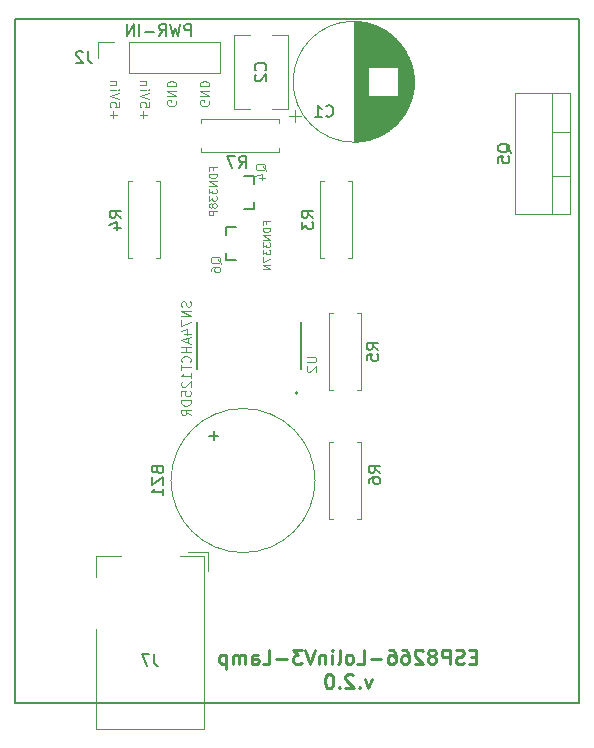
<source format=gbr>
%TF.GenerationSoftware,KiCad,Pcbnew,5.0.2-bee76a0~70~ubuntu18.04.1*%
%TF.CreationDate,2019-12-13T20:17:08+01:00*%
%TF.ProjectId,ESP8266-LolinV3-Lamp,45535038-3236-4362-9d4c-6f6c696e5633,2.0*%
%TF.SameCoordinates,Original*%
%TF.FileFunction,Legend,Bot*%
%TF.FilePolarity,Positive*%
%FSLAX46Y46*%
G04 Gerber Fmt 4.6, Leading zero omitted, Abs format (unit mm)*
G04 Created by KiCad (PCBNEW 5.0.2-bee76a0~70~ubuntu18.04.1) date ven 13 dic 2019 20:17:08 CET*
%MOMM*%
%LPD*%
G01*
G04 APERTURE LIST*
%ADD10C,0.150000*%
%ADD11C,0.120000*%
%ADD12C,0.250000*%
%ADD13C,0.200000*%
%ADD14C,0.127000*%
%ADD15C,0.203200*%
%ADD16C,0.050000*%
G04 APERTURE END LIST*
D10*
X187198000Y-48768000D02*
X187198000Y-106680000D01*
X154352285Y-50236380D02*
X154352285Y-49236380D01*
X153971333Y-49236380D01*
X153876095Y-49284000D01*
X153828476Y-49331619D01*
X153780857Y-49426857D01*
X153780857Y-49569714D01*
X153828476Y-49664952D01*
X153876095Y-49712571D01*
X153971333Y-49760190D01*
X154352285Y-49760190D01*
X153447523Y-49236380D02*
X153209428Y-50236380D01*
X153018952Y-49522095D01*
X152828476Y-50236380D01*
X152590380Y-49236380D01*
X151638000Y-50236380D02*
X151971333Y-49760190D01*
X152209428Y-50236380D02*
X152209428Y-49236380D01*
X151828476Y-49236380D01*
X151733238Y-49284000D01*
X151685619Y-49331619D01*
X151638000Y-49426857D01*
X151638000Y-49569714D01*
X151685619Y-49664952D01*
X151733238Y-49712571D01*
X151828476Y-49760190D01*
X152209428Y-49760190D01*
X151209428Y-49855428D02*
X150447523Y-49855428D01*
X149971333Y-50236380D02*
X149971333Y-49236380D01*
X149495142Y-50236380D02*
X149495142Y-49236380D01*
X148923714Y-50236380D01*
X148923714Y-49236380D01*
D11*
X147770857Y-57206952D02*
X147770857Y-56597428D01*
X147466095Y-56902190D02*
X148075619Y-56902190D01*
X148266095Y-55835523D02*
X148266095Y-56216476D01*
X147885142Y-56254571D01*
X147923238Y-56216476D01*
X147961333Y-56140285D01*
X147961333Y-55949809D01*
X147923238Y-55873619D01*
X147885142Y-55835523D01*
X147808952Y-55797428D01*
X147618476Y-55797428D01*
X147542285Y-55835523D01*
X147504190Y-55873619D01*
X147466095Y-55949809D01*
X147466095Y-56140285D01*
X147504190Y-56216476D01*
X147542285Y-56254571D01*
X148266095Y-55568857D02*
X147466095Y-55302190D01*
X148266095Y-55035523D01*
X147466095Y-54768857D02*
X147999428Y-54768857D01*
X148266095Y-54768857D02*
X148228000Y-54806952D01*
X148189904Y-54768857D01*
X148228000Y-54730761D01*
X148266095Y-54768857D01*
X148189904Y-54768857D01*
X147999428Y-54387904D02*
X147466095Y-54387904D01*
X147923238Y-54387904D02*
X147961333Y-54349809D01*
X147999428Y-54273619D01*
X147999428Y-54159333D01*
X147961333Y-54083142D01*
X147885142Y-54045047D01*
X147466095Y-54045047D01*
X150310857Y-57206952D02*
X150310857Y-56597428D01*
X150006095Y-56902190D02*
X150615619Y-56902190D01*
X150806095Y-55835523D02*
X150806095Y-56216476D01*
X150425142Y-56254571D01*
X150463238Y-56216476D01*
X150501333Y-56140285D01*
X150501333Y-55949809D01*
X150463238Y-55873619D01*
X150425142Y-55835523D01*
X150348952Y-55797428D01*
X150158476Y-55797428D01*
X150082285Y-55835523D01*
X150044190Y-55873619D01*
X150006095Y-55949809D01*
X150006095Y-56140285D01*
X150044190Y-56216476D01*
X150082285Y-56254571D01*
X150806095Y-55568857D02*
X150006095Y-55302190D01*
X150806095Y-55035523D01*
X150006095Y-54768857D02*
X150539428Y-54768857D01*
X150806095Y-54768857D02*
X150768000Y-54806952D01*
X150729904Y-54768857D01*
X150768000Y-54730761D01*
X150806095Y-54768857D01*
X150729904Y-54768857D01*
X150539428Y-54387904D02*
X150006095Y-54387904D01*
X150463238Y-54387904D02*
X150501333Y-54349809D01*
X150539428Y-54273619D01*
X150539428Y-54159333D01*
X150501333Y-54083142D01*
X150425142Y-54045047D01*
X150006095Y-54045047D01*
X155848000Y-55727523D02*
X155886095Y-55803714D01*
X155886095Y-55918000D01*
X155848000Y-56032285D01*
X155771809Y-56108476D01*
X155695619Y-56146571D01*
X155543238Y-56184666D01*
X155428952Y-56184666D01*
X155276571Y-56146571D01*
X155200380Y-56108476D01*
X155124190Y-56032285D01*
X155086095Y-55918000D01*
X155086095Y-55841809D01*
X155124190Y-55727523D01*
X155162285Y-55689428D01*
X155428952Y-55689428D01*
X155428952Y-55841809D01*
X155086095Y-55346571D02*
X155886095Y-55346571D01*
X155086095Y-54889428D01*
X155886095Y-54889428D01*
X155086095Y-54508476D02*
X155886095Y-54508476D01*
X155886095Y-54318000D01*
X155848000Y-54203714D01*
X155771809Y-54127523D01*
X155695619Y-54089428D01*
X155543238Y-54051333D01*
X155428952Y-54051333D01*
X155276571Y-54089428D01*
X155200380Y-54127523D01*
X155124190Y-54203714D01*
X155086095Y-54318000D01*
X155086095Y-54508476D01*
X153054000Y-55727523D02*
X153092095Y-55803714D01*
X153092095Y-55918000D01*
X153054000Y-56032285D01*
X152977809Y-56108476D01*
X152901619Y-56146571D01*
X152749238Y-56184666D01*
X152634952Y-56184666D01*
X152482571Y-56146571D01*
X152406380Y-56108476D01*
X152330190Y-56032285D01*
X152292095Y-55918000D01*
X152292095Y-55841809D01*
X152330190Y-55727523D01*
X152368285Y-55689428D01*
X152634952Y-55689428D01*
X152634952Y-55841809D01*
X152292095Y-55346571D02*
X153092095Y-55346571D01*
X152292095Y-54889428D01*
X153092095Y-54889428D01*
X152292095Y-54508476D02*
X153092095Y-54508476D01*
X153092095Y-54318000D01*
X153054000Y-54203714D01*
X152977809Y-54127523D01*
X152901619Y-54089428D01*
X152749238Y-54051333D01*
X152634952Y-54051333D01*
X152482571Y-54089428D01*
X152406380Y-54127523D01*
X152330190Y-54203714D01*
X152292095Y-54318000D01*
X152292095Y-54508476D01*
D12*
X178468571Y-102775285D02*
X178068571Y-102775285D01*
X177897142Y-103403857D02*
X178468571Y-103403857D01*
X178468571Y-102203857D01*
X177897142Y-102203857D01*
X177440000Y-103346714D02*
X177268571Y-103403857D01*
X176982857Y-103403857D01*
X176868571Y-103346714D01*
X176811428Y-103289571D01*
X176754285Y-103175285D01*
X176754285Y-103061000D01*
X176811428Y-102946714D01*
X176868571Y-102889571D01*
X176982857Y-102832428D01*
X177211428Y-102775285D01*
X177325714Y-102718142D01*
X177382857Y-102661000D01*
X177440000Y-102546714D01*
X177440000Y-102432428D01*
X177382857Y-102318142D01*
X177325714Y-102261000D01*
X177211428Y-102203857D01*
X176925714Y-102203857D01*
X176754285Y-102261000D01*
X176240000Y-103403857D02*
X176240000Y-102203857D01*
X175782857Y-102203857D01*
X175668571Y-102261000D01*
X175611428Y-102318142D01*
X175554285Y-102432428D01*
X175554285Y-102603857D01*
X175611428Y-102718142D01*
X175668571Y-102775285D01*
X175782857Y-102832428D01*
X176240000Y-102832428D01*
X174868571Y-102718142D02*
X174982857Y-102661000D01*
X175040000Y-102603857D01*
X175097142Y-102489571D01*
X175097142Y-102432428D01*
X175040000Y-102318142D01*
X174982857Y-102261000D01*
X174868571Y-102203857D01*
X174640000Y-102203857D01*
X174525714Y-102261000D01*
X174468571Y-102318142D01*
X174411428Y-102432428D01*
X174411428Y-102489571D01*
X174468571Y-102603857D01*
X174525714Y-102661000D01*
X174640000Y-102718142D01*
X174868571Y-102718142D01*
X174982857Y-102775285D01*
X175040000Y-102832428D01*
X175097142Y-102946714D01*
X175097142Y-103175285D01*
X175040000Y-103289571D01*
X174982857Y-103346714D01*
X174868571Y-103403857D01*
X174640000Y-103403857D01*
X174525714Y-103346714D01*
X174468571Y-103289571D01*
X174411428Y-103175285D01*
X174411428Y-102946714D01*
X174468571Y-102832428D01*
X174525714Y-102775285D01*
X174640000Y-102718142D01*
X173954285Y-102318142D02*
X173897142Y-102261000D01*
X173782857Y-102203857D01*
X173497142Y-102203857D01*
X173382857Y-102261000D01*
X173325714Y-102318142D01*
X173268571Y-102432428D01*
X173268571Y-102546714D01*
X173325714Y-102718142D01*
X174011428Y-103403857D01*
X173268571Y-103403857D01*
X172240000Y-102203857D02*
X172468571Y-102203857D01*
X172582857Y-102261000D01*
X172640000Y-102318142D01*
X172754285Y-102489571D01*
X172811428Y-102718142D01*
X172811428Y-103175285D01*
X172754285Y-103289571D01*
X172697142Y-103346714D01*
X172582857Y-103403857D01*
X172354285Y-103403857D01*
X172240000Y-103346714D01*
X172182857Y-103289571D01*
X172125714Y-103175285D01*
X172125714Y-102889571D01*
X172182857Y-102775285D01*
X172240000Y-102718142D01*
X172354285Y-102661000D01*
X172582857Y-102661000D01*
X172697142Y-102718142D01*
X172754285Y-102775285D01*
X172811428Y-102889571D01*
X171097142Y-102203857D02*
X171325714Y-102203857D01*
X171440000Y-102261000D01*
X171497142Y-102318142D01*
X171611428Y-102489571D01*
X171668571Y-102718142D01*
X171668571Y-103175285D01*
X171611428Y-103289571D01*
X171554285Y-103346714D01*
X171440000Y-103403857D01*
X171211428Y-103403857D01*
X171097142Y-103346714D01*
X171040000Y-103289571D01*
X170982857Y-103175285D01*
X170982857Y-102889571D01*
X171040000Y-102775285D01*
X171097142Y-102718142D01*
X171211428Y-102661000D01*
X171440000Y-102661000D01*
X171554285Y-102718142D01*
X171611428Y-102775285D01*
X171668571Y-102889571D01*
X170468571Y-102946714D02*
X169554285Y-102946714D01*
X168411428Y-103403857D02*
X168982857Y-103403857D01*
X168982857Y-102203857D01*
X167840000Y-103403857D02*
X167954285Y-103346714D01*
X168011428Y-103289571D01*
X168068571Y-103175285D01*
X168068571Y-102832428D01*
X168011428Y-102718142D01*
X167954285Y-102661000D01*
X167840000Y-102603857D01*
X167668571Y-102603857D01*
X167554285Y-102661000D01*
X167497142Y-102718142D01*
X167440000Y-102832428D01*
X167440000Y-103175285D01*
X167497142Y-103289571D01*
X167554285Y-103346714D01*
X167668571Y-103403857D01*
X167840000Y-103403857D01*
X166754285Y-103403857D02*
X166868571Y-103346714D01*
X166925714Y-103232428D01*
X166925714Y-102203857D01*
X166297142Y-103403857D02*
X166297142Y-102603857D01*
X166297142Y-102203857D02*
X166354285Y-102261000D01*
X166297142Y-102318142D01*
X166240000Y-102261000D01*
X166297142Y-102203857D01*
X166297142Y-102318142D01*
X165725714Y-102603857D02*
X165725714Y-103403857D01*
X165725714Y-102718142D02*
X165668571Y-102661000D01*
X165554285Y-102603857D01*
X165382857Y-102603857D01*
X165268571Y-102661000D01*
X165211428Y-102775285D01*
X165211428Y-103403857D01*
X164811428Y-102203857D02*
X164411428Y-103403857D01*
X164011428Y-102203857D01*
X163725714Y-102203857D02*
X162982857Y-102203857D01*
X163382857Y-102661000D01*
X163211428Y-102661000D01*
X163097142Y-102718142D01*
X163040000Y-102775285D01*
X162982857Y-102889571D01*
X162982857Y-103175285D01*
X163040000Y-103289571D01*
X163097142Y-103346714D01*
X163211428Y-103403857D01*
X163554285Y-103403857D01*
X163668571Y-103346714D01*
X163725714Y-103289571D01*
X162468571Y-102946714D02*
X161554285Y-102946714D01*
X160411428Y-103403857D02*
X160982857Y-103403857D01*
X160982857Y-102203857D01*
X159497142Y-103403857D02*
X159497142Y-102775285D01*
X159554285Y-102661000D01*
X159668571Y-102603857D01*
X159897142Y-102603857D01*
X160011428Y-102661000D01*
X159497142Y-103346714D02*
X159611428Y-103403857D01*
X159897142Y-103403857D01*
X160011428Y-103346714D01*
X160068571Y-103232428D01*
X160068571Y-103118142D01*
X160011428Y-103003857D01*
X159897142Y-102946714D01*
X159611428Y-102946714D01*
X159497142Y-102889571D01*
X158925714Y-103403857D02*
X158925714Y-102603857D01*
X158925714Y-102718142D02*
X158868571Y-102661000D01*
X158754285Y-102603857D01*
X158582857Y-102603857D01*
X158468571Y-102661000D01*
X158411428Y-102775285D01*
X158411428Y-103403857D01*
X158411428Y-102775285D02*
X158354285Y-102661000D01*
X158240000Y-102603857D01*
X158068571Y-102603857D01*
X157954285Y-102661000D01*
X157897142Y-102775285D01*
X157897142Y-103403857D01*
X157325714Y-102603857D02*
X157325714Y-103803857D01*
X157325714Y-102661000D02*
X157211428Y-102603857D01*
X156982857Y-102603857D01*
X156868571Y-102661000D01*
X156811428Y-102718142D01*
X156754285Y-102832428D01*
X156754285Y-103175285D01*
X156811428Y-103289571D01*
X156868571Y-103346714D01*
X156982857Y-103403857D01*
X157211428Y-103403857D01*
X157325714Y-103346714D01*
X169640000Y-104653857D02*
X169354285Y-105453857D01*
X169068571Y-104653857D01*
X168611428Y-105339571D02*
X168554285Y-105396714D01*
X168611428Y-105453857D01*
X168668571Y-105396714D01*
X168611428Y-105339571D01*
X168611428Y-105453857D01*
X168097142Y-104368142D02*
X168040000Y-104311000D01*
X167925714Y-104253857D01*
X167640000Y-104253857D01*
X167525714Y-104311000D01*
X167468571Y-104368142D01*
X167411428Y-104482428D01*
X167411428Y-104596714D01*
X167468571Y-104768142D01*
X168154285Y-105453857D01*
X167411428Y-105453857D01*
X166897142Y-105339571D02*
X166840000Y-105396714D01*
X166897142Y-105453857D01*
X166954285Y-105396714D01*
X166897142Y-105339571D01*
X166897142Y-105453857D01*
X166097142Y-104253857D02*
X165982857Y-104253857D01*
X165868571Y-104311000D01*
X165811428Y-104368142D01*
X165754285Y-104482428D01*
X165697142Y-104711000D01*
X165697142Y-104996714D01*
X165754285Y-105225285D01*
X165811428Y-105339571D01*
X165868571Y-105396714D01*
X165982857Y-105453857D01*
X166097142Y-105453857D01*
X166211428Y-105396714D01*
X166268571Y-105339571D01*
X166325714Y-105225285D01*
X166382857Y-104996714D01*
X166382857Y-104711000D01*
X166325714Y-104482428D01*
X166268571Y-104368142D01*
X166211428Y-104311000D01*
X166097142Y-104253857D01*
D10*
X139446000Y-106680000D02*
X187198000Y-106680000D01*
X139446000Y-48768000D02*
X187198000Y-48768000D01*
X139446000Y-106680000D02*
X139446000Y-48768000D01*
D13*
X163358000Y-80454000D02*
G75*
G03X163358000Y-80454000I-100000J0D01*
G01*
D14*
X163688000Y-78454000D02*
X163688000Y-74454000D01*
X154828000Y-78454000D02*
X154828000Y-74454000D01*
D11*
X146276000Y-100450000D02*
X146276000Y-108950000D01*
X146276000Y-108950000D02*
X155476000Y-108950000D01*
X155476000Y-108950000D02*
X155476000Y-94250000D01*
X148376000Y-94250000D02*
X146276000Y-94250000D01*
X146276000Y-94250000D02*
X146276000Y-96050000D01*
X154076000Y-93950000D02*
X155776000Y-93950000D01*
X155776000Y-93950000D02*
X155776000Y-95550000D01*
X155476000Y-94250000D02*
X153376000Y-94250000D01*
X173228000Y-54102000D02*
G75*
G03X173228000Y-54102000I-5120000J0D01*
G01*
X168108000Y-59182000D02*
X168108000Y-49022000D01*
X168148000Y-59182000D02*
X168148000Y-49022000D01*
X168188000Y-59182000D02*
X168188000Y-49022000D01*
X168228000Y-59181000D02*
X168228000Y-49023000D01*
X168268000Y-59180000D02*
X168268000Y-49024000D01*
X168308000Y-59179000D02*
X168308000Y-49025000D01*
X168348000Y-59177000D02*
X168348000Y-49027000D01*
X168388000Y-59175000D02*
X168388000Y-49029000D01*
X168428000Y-59172000D02*
X168428000Y-49032000D01*
X168468000Y-59170000D02*
X168468000Y-49034000D01*
X168508000Y-59167000D02*
X168508000Y-49037000D01*
X168548000Y-59164000D02*
X168548000Y-49040000D01*
X168588000Y-59160000D02*
X168588000Y-49044000D01*
X168628000Y-59156000D02*
X168628000Y-49048000D01*
X168668000Y-59152000D02*
X168668000Y-49052000D01*
X168708000Y-59147000D02*
X168708000Y-49057000D01*
X168748000Y-59142000D02*
X168748000Y-49062000D01*
X168788000Y-59137000D02*
X168788000Y-49067000D01*
X168829000Y-59132000D02*
X168829000Y-49072000D01*
X168869000Y-59126000D02*
X168869000Y-49078000D01*
X168909000Y-59120000D02*
X168909000Y-49084000D01*
X168949000Y-59113000D02*
X168949000Y-49091000D01*
X168989000Y-59106000D02*
X168989000Y-49098000D01*
X169029000Y-59099000D02*
X169029000Y-49105000D01*
X169069000Y-59092000D02*
X169069000Y-49112000D01*
X169109000Y-59084000D02*
X169109000Y-49120000D01*
X169149000Y-59076000D02*
X169149000Y-49128000D01*
X169189000Y-59067000D02*
X169189000Y-49137000D01*
X169229000Y-59058000D02*
X169229000Y-49146000D01*
X169269000Y-59049000D02*
X169269000Y-49155000D01*
X169309000Y-59040000D02*
X169309000Y-49164000D01*
X169349000Y-59030000D02*
X169349000Y-49174000D01*
X169389000Y-59020000D02*
X169389000Y-55343000D01*
X169389000Y-52861000D02*
X169389000Y-49184000D01*
X169429000Y-59009000D02*
X169429000Y-55343000D01*
X169429000Y-52861000D02*
X169429000Y-49195000D01*
X169469000Y-58999000D02*
X169469000Y-55343000D01*
X169469000Y-52861000D02*
X169469000Y-49205000D01*
X169509000Y-58987000D02*
X169509000Y-55343000D01*
X169509000Y-52861000D02*
X169509000Y-49217000D01*
X169549000Y-58976000D02*
X169549000Y-55343000D01*
X169549000Y-52861000D02*
X169549000Y-49228000D01*
X169589000Y-58964000D02*
X169589000Y-55343000D01*
X169589000Y-52861000D02*
X169589000Y-49240000D01*
X169629000Y-58952000D02*
X169629000Y-55343000D01*
X169629000Y-52861000D02*
X169629000Y-49252000D01*
X169669000Y-58939000D02*
X169669000Y-55343000D01*
X169669000Y-52861000D02*
X169669000Y-49265000D01*
X169709000Y-58926000D02*
X169709000Y-55343000D01*
X169709000Y-52861000D02*
X169709000Y-49278000D01*
X169749000Y-58913000D02*
X169749000Y-55343000D01*
X169749000Y-52861000D02*
X169749000Y-49291000D01*
X169789000Y-58899000D02*
X169789000Y-55343000D01*
X169789000Y-52861000D02*
X169789000Y-49305000D01*
X169829000Y-58885000D02*
X169829000Y-55343000D01*
X169829000Y-52861000D02*
X169829000Y-49319000D01*
X169869000Y-58870000D02*
X169869000Y-55343000D01*
X169869000Y-52861000D02*
X169869000Y-49334000D01*
X169909000Y-58856000D02*
X169909000Y-55343000D01*
X169909000Y-52861000D02*
X169909000Y-49348000D01*
X169949000Y-58840000D02*
X169949000Y-55343000D01*
X169949000Y-52861000D02*
X169949000Y-49364000D01*
X169989000Y-58825000D02*
X169989000Y-55343000D01*
X169989000Y-52861000D02*
X169989000Y-49379000D01*
X170029000Y-58809000D02*
X170029000Y-55343000D01*
X170029000Y-52861000D02*
X170029000Y-49395000D01*
X170069000Y-58792000D02*
X170069000Y-55343000D01*
X170069000Y-52861000D02*
X170069000Y-49412000D01*
X170109000Y-58776000D02*
X170109000Y-55343000D01*
X170109000Y-52861000D02*
X170109000Y-49428000D01*
X170149000Y-58759000D02*
X170149000Y-55343000D01*
X170149000Y-52861000D02*
X170149000Y-49445000D01*
X170189000Y-58741000D02*
X170189000Y-55343000D01*
X170189000Y-52861000D02*
X170189000Y-49463000D01*
X170229000Y-58723000D02*
X170229000Y-55343000D01*
X170229000Y-52861000D02*
X170229000Y-49481000D01*
X170269000Y-58705000D02*
X170269000Y-55343000D01*
X170269000Y-52861000D02*
X170269000Y-49499000D01*
X170309000Y-58686000D02*
X170309000Y-55343000D01*
X170309000Y-52861000D02*
X170309000Y-49518000D01*
X170349000Y-58666000D02*
X170349000Y-55343000D01*
X170349000Y-52861000D02*
X170349000Y-49538000D01*
X170389000Y-58647000D02*
X170389000Y-55343000D01*
X170389000Y-52861000D02*
X170389000Y-49557000D01*
X170429000Y-58627000D02*
X170429000Y-55343000D01*
X170429000Y-52861000D02*
X170429000Y-49577000D01*
X170469000Y-58606000D02*
X170469000Y-55343000D01*
X170469000Y-52861000D02*
X170469000Y-49598000D01*
X170509000Y-58585000D02*
X170509000Y-55343000D01*
X170509000Y-52861000D02*
X170509000Y-49619000D01*
X170549000Y-58564000D02*
X170549000Y-55343000D01*
X170549000Y-52861000D02*
X170549000Y-49640000D01*
X170589000Y-58542000D02*
X170589000Y-55343000D01*
X170589000Y-52861000D02*
X170589000Y-49662000D01*
X170629000Y-58519000D02*
X170629000Y-55343000D01*
X170629000Y-52861000D02*
X170629000Y-49685000D01*
X170669000Y-58497000D02*
X170669000Y-55343000D01*
X170669000Y-52861000D02*
X170669000Y-49707000D01*
X170709000Y-58473000D02*
X170709000Y-55343000D01*
X170709000Y-52861000D02*
X170709000Y-49731000D01*
X170749000Y-58449000D02*
X170749000Y-55343000D01*
X170749000Y-52861000D02*
X170749000Y-49755000D01*
X170789000Y-58425000D02*
X170789000Y-55343000D01*
X170789000Y-52861000D02*
X170789000Y-49779000D01*
X170829000Y-58400000D02*
X170829000Y-55343000D01*
X170829000Y-52861000D02*
X170829000Y-49804000D01*
X170869000Y-58375000D02*
X170869000Y-55343000D01*
X170869000Y-52861000D02*
X170869000Y-49829000D01*
X170909000Y-58349000D02*
X170909000Y-55343000D01*
X170909000Y-52861000D02*
X170909000Y-49855000D01*
X170949000Y-58323000D02*
X170949000Y-55343000D01*
X170949000Y-52861000D02*
X170949000Y-49881000D01*
X170989000Y-58296000D02*
X170989000Y-55343000D01*
X170989000Y-52861000D02*
X170989000Y-49908000D01*
X171029000Y-58268000D02*
X171029000Y-55343000D01*
X171029000Y-52861000D02*
X171029000Y-49936000D01*
X171069000Y-58240000D02*
X171069000Y-55343000D01*
X171069000Y-52861000D02*
X171069000Y-49964000D01*
X171109000Y-58212000D02*
X171109000Y-55343000D01*
X171109000Y-52861000D02*
X171109000Y-49992000D01*
X171149000Y-58182000D02*
X171149000Y-55343000D01*
X171149000Y-52861000D02*
X171149000Y-50022000D01*
X171189000Y-58152000D02*
X171189000Y-55343000D01*
X171189000Y-52861000D02*
X171189000Y-50052000D01*
X171229000Y-58122000D02*
X171229000Y-55343000D01*
X171229000Y-52861000D02*
X171229000Y-50082000D01*
X171269000Y-58091000D02*
X171269000Y-55343000D01*
X171269000Y-52861000D02*
X171269000Y-50113000D01*
X171309000Y-58059000D02*
X171309000Y-55343000D01*
X171309000Y-52861000D02*
X171309000Y-50145000D01*
X171349000Y-58027000D02*
X171349000Y-55343000D01*
X171349000Y-52861000D02*
X171349000Y-50177000D01*
X171389000Y-57994000D02*
X171389000Y-55343000D01*
X171389000Y-52861000D02*
X171389000Y-50210000D01*
X171429000Y-57960000D02*
X171429000Y-55343000D01*
X171429000Y-52861000D02*
X171429000Y-50244000D01*
X171469000Y-57926000D02*
X171469000Y-55343000D01*
X171469000Y-52861000D02*
X171469000Y-50278000D01*
X171509000Y-57891000D02*
X171509000Y-55343000D01*
X171509000Y-52861000D02*
X171509000Y-50313000D01*
X171549000Y-57855000D02*
X171549000Y-55343000D01*
X171549000Y-52861000D02*
X171549000Y-50349000D01*
X171589000Y-57818000D02*
X171589000Y-55343000D01*
X171589000Y-52861000D02*
X171589000Y-50386000D01*
X171629000Y-57781000D02*
X171629000Y-55343000D01*
X171629000Y-52861000D02*
X171629000Y-50423000D01*
X171669000Y-57742000D02*
X171669000Y-55343000D01*
X171669000Y-52861000D02*
X171669000Y-50462000D01*
X171709000Y-57703000D02*
X171709000Y-55343000D01*
X171709000Y-52861000D02*
X171709000Y-50501000D01*
X171749000Y-57663000D02*
X171749000Y-55343000D01*
X171749000Y-52861000D02*
X171749000Y-50541000D01*
X171789000Y-57622000D02*
X171789000Y-55343000D01*
X171789000Y-52861000D02*
X171789000Y-50582000D01*
X171829000Y-57580000D02*
X171829000Y-55343000D01*
X171829000Y-52861000D02*
X171829000Y-50624000D01*
X171869000Y-57538000D02*
X171869000Y-50666000D01*
X171909000Y-57494000D02*
X171909000Y-50710000D01*
X171949000Y-57449000D02*
X171949000Y-50755000D01*
X171989000Y-57403000D02*
X171989000Y-50801000D01*
X172029000Y-57356000D02*
X172029000Y-50848000D01*
X172069000Y-57308000D02*
X172069000Y-50896000D01*
X172109000Y-57258000D02*
X172109000Y-50946000D01*
X172149000Y-57208000D02*
X172149000Y-50996000D01*
X172189000Y-57156000D02*
X172189000Y-51048000D01*
X172229000Y-57102000D02*
X172229000Y-51102000D01*
X172269000Y-57047000D02*
X172269000Y-51157000D01*
X172309000Y-56991000D02*
X172309000Y-51213000D01*
X172349000Y-56932000D02*
X172349000Y-51272000D01*
X172389000Y-56872000D02*
X172389000Y-51332000D01*
X172429000Y-56811000D02*
X172429000Y-51393000D01*
X172469000Y-56747000D02*
X172469000Y-51457000D01*
X172509000Y-56681000D02*
X172509000Y-51523000D01*
X172549000Y-56612000D02*
X172549000Y-51592000D01*
X172589000Y-56541000D02*
X172589000Y-51663000D01*
X172629000Y-56467000D02*
X172629000Y-51737000D01*
X172669000Y-56391000D02*
X172669000Y-51813000D01*
X172709000Y-56311000D02*
X172709000Y-51893000D01*
X172749000Y-56227000D02*
X172749000Y-51977000D01*
X172789000Y-56139000D02*
X172789000Y-52065000D01*
X172829000Y-56046000D02*
X172829000Y-52158000D01*
X172869000Y-55948000D02*
X172869000Y-52256000D01*
X172909000Y-55844000D02*
X172909000Y-52360000D01*
X172949000Y-55732000D02*
X172949000Y-52472000D01*
X172989000Y-55612000D02*
X172989000Y-52592000D01*
X173029000Y-55480000D02*
X173029000Y-52724000D01*
X173069000Y-55332000D02*
X173069000Y-52872000D01*
X173109000Y-55164000D02*
X173109000Y-53040000D01*
X173149000Y-54964000D02*
X173149000Y-53240000D01*
X173189000Y-54701000D02*
X173189000Y-53503000D01*
X162628354Y-56977000D02*
X163628354Y-56977000D01*
X163128354Y-57477000D02*
X163128354Y-56477000D01*
X157953000Y-50180000D02*
X157953000Y-56420000D01*
X162595000Y-50180000D02*
X162595000Y-56420000D01*
X157953000Y-50180000D02*
X159349000Y-50180000D01*
X161199000Y-50180000D02*
X162595000Y-50180000D01*
X157953000Y-56420000D02*
X159349000Y-56420000D01*
X161199000Y-56420000D02*
X162595000Y-56420000D01*
X161766000Y-57634000D02*
X161766000Y-57304000D01*
X161766000Y-57304000D02*
X155226000Y-57304000D01*
X155226000Y-57304000D02*
X155226000Y-57634000D01*
X161766000Y-59714000D02*
X161766000Y-60044000D01*
X161766000Y-60044000D02*
X155226000Y-60044000D01*
X155226000Y-60044000D02*
X155226000Y-59714000D01*
X166016000Y-73692000D02*
X166346000Y-73692000D01*
X166016000Y-80232000D02*
X166016000Y-73692000D01*
X166346000Y-80232000D02*
X166016000Y-80232000D01*
X168756000Y-73692000D02*
X168426000Y-73692000D01*
X168756000Y-80232000D02*
X168756000Y-73692000D01*
X168426000Y-80232000D02*
X168756000Y-80232000D01*
X166346000Y-84614000D02*
X166016000Y-84614000D01*
X166016000Y-84614000D02*
X166016000Y-91154000D01*
X166016000Y-91154000D02*
X166346000Y-91154000D01*
X168426000Y-84614000D02*
X168756000Y-84614000D01*
X168756000Y-84614000D02*
X168756000Y-91154000D01*
X168756000Y-91154000D02*
X168426000Y-91154000D01*
X151738000Y-69056000D02*
X151408000Y-69056000D01*
X151738000Y-62516000D02*
X151738000Y-69056000D01*
X151408000Y-62516000D02*
X151738000Y-62516000D01*
X148998000Y-69056000D02*
X149328000Y-69056000D01*
X148998000Y-62516000D02*
X148998000Y-69056000D01*
X149328000Y-62516000D02*
X148998000Y-62516000D01*
X165584000Y-62516000D02*
X165254000Y-62516000D01*
X165254000Y-62516000D02*
X165254000Y-69056000D01*
X165254000Y-69056000D02*
X165584000Y-69056000D01*
X167664000Y-62516000D02*
X167994000Y-62516000D01*
X167994000Y-62516000D02*
X167994000Y-69056000D01*
X167994000Y-69056000D02*
X167664000Y-69056000D01*
X186404000Y-65318000D02*
X186404000Y-55078000D01*
X181763000Y-65318000D02*
X181763000Y-55078000D01*
X186404000Y-65318000D02*
X181763000Y-65318000D01*
X186404000Y-55078000D02*
X181763000Y-55078000D01*
X184894000Y-65318000D02*
X184894000Y-55078000D01*
X186404000Y-62048000D02*
X184894000Y-62048000D01*
X186404000Y-58347000D02*
X184894000Y-58347000D01*
X164850000Y-87874000D02*
G75*
G03X164850000Y-87874000I-6100000J0D01*
G01*
X146498000Y-50740000D02*
X146498000Y-52070000D01*
X147828000Y-50740000D02*
X146498000Y-50740000D01*
X149098000Y-50740000D02*
X149098000Y-53400000D01*
X149098000Y-53400000D02*
X156778000Y-53400000D01*
X149098000Y-50740000D02*
X156778000Y-50740000D01*
X156778000Y-50740000D02*
X156778000Y-53400000D01*
D15*
X158140400Y-66395600D02*
X157327600Y-66395600D01*
X157327600Y-66395600D02*
X157327600Y-67054400D01*
X157327600Y-69240400D02*
X158140400Y-69240400D01*
X157327600Y-68581600D02*
X157327600Y-69240400D01*
X158851600Y-64922400D02*
X159664400Y-64922400D01*
X159664400Y-64922400D02*
X159664400Y-64263600D01*
X159664400Y-62077600D02*
X158851600Y-62077600D01*
X159664400Y-62736400D02*
X159664400Y-62077600D01*
D16*
X164127904Y-77412476D02*
X164775523Y-77412476D01*
X164851714Y-77450571D01*
X164889809Y-77488666D01*
X164927904Y-77564857D01*
X164927904Y-77717238D01*
X164889809Y-77793428D01*
X164851714Y-77831523D01*
X164775523Y-77869619D01*
X164127904Y-77869619D01*
X164204095Y-78212476D02*
X164166000Y-78250571D01*
X164127904Y-78326761D01*
X164127904Y-78517238D01*
X164166000Y-78593428D01*
X164204095Y-78631523D01*
X164280285Y-78669619D01*
X164356476Y-78669619D01*
X164470761Y-78631523D01*
X164927904Y-78174380D01*
X164927904Y-78669619D01*
X154273809Y-72694952D02*
X154311904Y-72809238D01*
X154311904Y-72999714D01*
X154273809Y-73075904D01*
X154235714Y-73114000D01*
X154159523Y-73152095D01*
X154083333Y-73152095D01*
X154007142Y-73114000D01*
X153969047Y-73075904D01*
X153930952Y-72999714D01*
X153892857Y-72847333D01*
X153854761Y-72771142D01*
X153816666Y-72733047D01*
X153740476Y-72694952D01*
X153664285Y-72694952D01*
X153588095Y-72733047D01*
X153550000Y-72771142D01*
X153511904Y-72847333D01*
X153511904Y-73037809D01*
X153550000Y-73152095D01*
X154311904Y-73494952D02*
X153511904Y-73494952D01*
X154311904Y-73952095D01*
X153511904Y-73952095D01*
X153511904Y-74256857D02*
X153511904Y-74790190D01*
X154311904Y-74447333D01*
X153778571Y-75437809D02*
X154311904Y-75437809D01*
X153473809Y-75247333D02*
X154045238Y-75056857D01*
X154045238Y-75552095D01*
X154083333Y-75818761D02*
X154083333Y-76199714D01*
X154311904Y-75742571D02*
X153511904Y-76009238D01*
X154311904Y-76275904D01*
X154311904Y-76542571D02*
X153511904Y-76542571D01*
X153892857Y-76542571D02*
X153892857Y-76999714D01*
X154311904Y-76999714D02*
X153511904Y-76999714D01*
X154235714Y-77837809D02*
X154273809Y-77799714D01*
X154311904Y-77685428D01*
X154311904Y-77609238D01*
X154273809Y-77494952D01*
X154197619Y-77418761D01*
X154121428Y-77380666D01*
X153969047Y-77342571D01*
X153854761Y-77342571D01*
X153702380Y-77380666D01*
X153626190Y-77418761D01*
X153550000Y-77494952D01*
X153511904Y-77609238D01*
X153511904Y-77685428D01*
X153550000Y-77799714D01*
X153588095Y-77837809D01*
X153511904Y-78066380D02*
X153511904Y-78523523D01*
X154311904Y-78294952D02*
X153511904Y-78294952D01*
X154311904Y-79209238D02*
X154311904Y-78752095D01*
X154311904Y-78980666D02*
X153511904Y-78980666D01*
X153626190Y-78904476D01*
X153702380Y-78828285D01*
X153740476Y-78752095D01*
X153588095Y-79514000D02*
X153550000Y-79552095D01*
X153511904Y-79628285D01*
X153511904Y-79818761D01*
X153550000Y-79894952D01*
X153588095Y-79933047D01*
X153664285Y-79971142D01*
X153740476Y-79971142D01*
X153854761Y-79933047D01*
X154311904Y-79475904D01*
X154311904Y-79971142D01*
X153511904Y-80694952D02*
X153511904Y-80314000D01*
X153892857Y-80275904D01*
X153854761Y-80314000D01*
X153816666Y-80390190D01*
X153816666Y-80580666D01*
X153854761Y-80656857D01*
X153892857Y-80694952D01*
X153969047Y-80733047D01*
X154159523Y-80733047D01*
X154235714Y-80694952D01*
X154273809Y-80656857D01*
X154311904Y-80580666D01*
X154311904Y-80390190D01*
X154273809Y-80314000D01*
X154235714Y-80275904D01*
X154311904Y-81075904D02*
X153511904Y-81075904D01*
X153511904Y-81266380D01*
X153550000Y-81380666D01*
X153626190Y-81456857D01*
X153702380Y-81494952D01*
X153854761Y-81533047D01*
X153969047Y-81533047D01*
X154121428Y-81494952D01*
X154197619Y-81456857D01*
X154273809Y-81380666D01*
X154311904Y-81266380D01*
X154311904Y-81075904D01*
X154311904Y-82333047D02*
X153930952Y-82066380D01*
X154311904Y-81875904D02*
X153511904Y-81875904D01*
X153511904Y-82180666D01*
X153550000Y-82256857D01*
X153588095Y-82294952D01*
X153664285Y-82333047D01*
X153778571Y-82333047D01*
X153854761Y-82294952D01*
X153892857Y-82256857D01*
X153930952Y-82180666D01*
X153930952Y-81875904D01*
D10*
X151209333Y-102576380D02*
X151209333Y-103290666D01*
X151256952Y-103433523D01*
X151352190Y-103528761D01*
X151495047Y-103576380D01*
X151590285Y-103576380D01*
X150828380Y-102576380D02*
X150161714Y-102576380D01*
X150590285Y-103576380D01*
X165774666Y-56999142D02*
X165822285Y-57046761D01*
X165965142Y-57094380D01*
X166060380Y-57094380D01*
X166203238Y-57046761D01*
X166298476Y-56951523D01*
X166346095Y-56856285D01*
X166393714Y-56665809D01*
X166393714Y-56522952D01*
X166346095Y-56332476D01*
X166298476Y-56237238D01*
X166203238Y-56142000D01*
X166060380Y-56094380D01*
X165965142Y-56094380D01*
X165822285Y-56142000D01*
X165774666Y-56189619D01*
X164822285Y-57094380D02*
X165393714Y-57094380D01*
X165108000Y-57094380D02*
X165108000Y-56094380D01*
X165203238Y-56237238D01*
X165298476Y-56332476D01*
X165393714Y-56380095D01*
X160631142Y-53133333D02*
X160678761Y-53085714D01*
X160726380Y-52942857D01*
X160726380Y-52847619D01*
X160678761Y-52704761D01*
X160583523Y-52609523D01*
X160488285Y-52561904D01*
X160297809Y-52514285D01*
X160154952Y-52514285D01*
X159964476Y-52561904D01*
X159869238Y-52609523D01*
X159774000Y-52704761D01*
X159726380Y-52847619D01*
X159726380Y-52942857D01*
X159774000Y-53085714D01*
X159821619Y-53133333D01*
X159821619Y-53514285D02*
X159774000Y-53561904D01*
X159726380Y-53657142D01*
X159726380Y-53895238D01*
X159774000Y-53990476D01*
X159821619Y-54038095D01*
X159916857Y-54085714D01*
X160012095Y-54085714D01*
X160154952Y-54038095D01*
X160726380Y-53466666D01*
X160726380Y-54085714D01*
X158408666Y-61412380D02*
X158742000Y-60936190D01*
X158980095Y-61412380D02*
X158980095Y-60412380D01*
X158599142Y-60412380D01*
X158503904Y-60460000D01*
X158456285Y-60507619D01*
X158408666Y-60602857D01*
X158408666Y-60745714D01*
X158456285Y-60840952D01*
X158503904Y-60888571D01*
X158599142Y-60936190D01*
X158980095Y-60936190D01*
X158075333Y-60412380D02*
X157408666Y-60412380D01*
X157837238Y-61412380D01*
X170208380Y-76795333D02*
X169732190Y-76462000D01*
X170208380Y-76223904D02*
X169208380Y-76223904D01*
X169208380Y-76604857D01*
X169256000Y-76700095D01*
X169303619Y-76747714D01*
X169398857Y-76795333D01*
X169541714Y-76795333D01*
X169636952Y-76747714D01*
X169684571Y-76700095D01*
X169732190Y-76604857D01*
X169732190Y-76223904D01*
X169208380Y-77700095D02*
X169208380Y-77223904D01*
X169684571Y-77176285D01*
X169636952Y-77223904D01*
X169589333Y-77319142D01*
X169589333Y-77557238D01*
X169636952Y-77652476D01*
X169684571Y-77700095D01*
X169779809Y-77747714D01*
X170017904Y-77747714D01*
X170113142Y-77700095D01*
X170160761Y-77652476D01*
X170208380Y-77557238D01*
X170208380Y-77319142D01*
X170160761Y-77223904D01*
X170113142Y-77176285D01*
X170378380Y-87209333D02*
X169902190Y-86876000D01*
X170378380Y-86637904D02*
X169378380Y-86637904D01*
X169378380Y-87018857D01*
X169426000Y-87114095D01*
X169473619Y-87161714D01*
X169568857Y-87209333D01*
X169711714Y-87209333D01*
X169806952Y-87161714D01*
X169854571Y-87114095D01*
X169902190Y-87018857D01*
X169902190Y-86637904D01*
X169378380Y-88066476D02*
X169378380Y-87876000D01*
X169426000Y-87780761D01*
X169473619Y-87733142D01*
X169616476Y-87637904D01*
X169806952Y-87590285D01*
X170187904Y-87590285D01*
X170283142Y-87637904D01*
X170330761Y-87685523D01*
X170378380Y-87780761D01*
X170378380Y-87971238D01*
X170330761Y-88066476D01*
X170283142Y-88114095D01*
X170187904Y-88161714D01*
X169949809Y-88161714D01*
X169854571Y-88114095D01*
X169806952Y-88066476D01*
X169759333Y-87971238D01*
X169759333Y-87780761D01*
X169806952Y-87685523D01*
X169854571Y-87637904D01*
X169949809Y-87590285D01*
X148450380Y-65619333D02*
X147974190Y-65286000D01*
X148450380Y-65047904D02*
X147450380Y-65047904D01*
X147450380Y-65428857D01*
X147498000Y-65524095D01*
X147545619Y-65571714D01*
X147640857Y-65619333D01*
X147783714Y-65619333D01*
X147878952Y-65571714D01*
X147926571Y-65524095D01*
X147974190Y-65428857D01*
X147974190Y-65047904D01*
X147783714Y-66476476D02*
X148450380Y-66476476D01*
X147402761Y-66238380D02*
X148117047Y-66000285D01*
X148117047Y-66619333D01*
X164706380Y-65619333D02*
X164230190Y-65286000D01*
X164706380Y-65047904D02*
X163706380Y-65047904D01*
X163706380Y-65428857D01*
X163754000Y-65524095D01*
X163801619Y-65571714D01*
X163896857Y-65619333D01*
X164039714Y-65619333D01*
X164134952Y-65571714D01*
X164182571Y-65524095D01*
X164230190Y-65428857D01*
X164230190Y-65047904D01*
X163706380Y-65952666D02*
X163706380Y-66571714D01*
X164087333Y-66238380D01*
X164087333Y-66381238D01*
X164134952Y-66476476D01*
X164182571Y-66524095D01*
X164277809Y-66571714D01*
X164515904Y-66571714D01*
X164611142Y-66524095D01*
X164658761Y-66476476D01*
X164706380Y-66381238D01*
X164706380Y-66095523D01*
X164658761Y-66000285D01*
X164611142Y-65952666D01*
X181395619Y-60102761D02*
X181348000Y-60007523D01*
X181252761Y-59912285D01*
X181109904Y-59769428D01*
X181062285Y-59674190D01*
X181062285Y-59578952D01*
X181300380Y-59626571D02*
X181252761Y-59531333D01*
X181157523Y-59436095D01*
X180967047Y-59388476D01*
X180633714Y-59388476D01*
X180443238Y-59436095D01*
X180348000Y-59531333D01*
X180300380Y-59626571D01*
X180300380Y-59817047D01*
X180348000Y-59912285D01*
X180443238Y-60007523D01*
X180633714Y-60055142D01*
X180967047Y-60055142D01*
X181157523Y-60007523D01*
X181252761Y-59912285D01*
X181300380Y-59817047D01*
X181300380Y-59626571D01*
X180300380Y-60959904D02*
X180300380Y-60483714D01*
X180776571Y-60436095D01*
X180728952Y-60483714D01*
X180681333Y-60578952D01*
X180681333Y-60817047D01*
X180728952Y-60912285D01*
X180776571Y-60959904D01*
X180871809Y-61007523D01*
X181109904Y-61007523D01*
X181205142Y-60959904D01*
X181252761Y-60912285D01*
X181300380Y-60817047D01*
X181300380Y-60578952D01*
X181252761Y-60483714D01*
X181205142Y-60436095D01*
X151478571Y-86993047D02*
X151526190Y-87135904D01*
X151573809Y-87183523D01*
X151669047Y-87231142D01*
X151811904Y-87231142D01*
X151907142Y-87183523D01*
X151954761Y-87135904D01*
X152002380Y-87040666D01*
X152002380Y-86659714D01*
X151002380Y-86659714D01*
X151002380Y-86993047D01*
X151050000Y-87088285D01*
X151097619Y-87135904D01*
X151192857Y-87183523D01*
X151288095Y-87183523D01*
X151383333Y-87135904D01*
X151430952Y-87088285D01*
X151478571Y-86993047D01*
X151478571Y-86659714D01*
X151002380Y-87564476D02*
X151002380Y-88231142D01*
X152002380Y-87564476D01*
X152002380Y-88231142D01*
X152002380Y-89135904D02*
X152002380Y-88564476D01*
X152002380Y-88850190D02*
X151002380Y-88850190D01*
X151145238Y-88754952D01*
X151240476Y-88659714D01*
X151288095Y-88564476D01*
X156281428Y-83683047D02*
X156281428Y-84444952D01*
X156662380Y-84064000D02*
X155900476Y-84064000D01*
X145621333Y-51522380D02*
X145621333Y-52236666D01*
X145668952Y-52379523D01*
X145764190Y-52474761D01*
X145907047Y-52522380D01*
X146002285Y-52522380D01*
X145192761Y-51617619D02*
X145145142Y-51570000D01*
X145049904Y-51522380D01*
X144811809Y-51522380D01*
X144716571Y-51570000D01*
X144668952Y-51617619D01*
X144621333Y-51712857D01*
X144621333Y-51808095D01*
X144668952Y-51950952D01*
X145240380Y-52522380D01*
X144621333Y-52522380D01*
D16*
X156902263Y-69519780D02*
X156864153Y-69443560D01*
X156787933Y-69367340D01*
X156673604Y-69253011D01*
X156635494Y-69176791D01*
X156635494Y-69100571D01*
X156826043Y-69138681D02*
X156787933Y-69062462D01*
X156711714Y-68986242D01*
X156559274Y-68948132D01*
X156292505Y-68948132D01*
X156140066Y-68986242D01*
X156063846Y-69062462D01*
X156025736Y-69138681D01*
X156025736Y-69291121D01*
X156063846Y-69367340D01*
X156140066Y-69443560D01*
X156292505Y-69481670D01*
X156559274Y-69481670D01*
X156711714Y-69443560D01*
X156787933Y-69367340D01*
X156826043Y-69291121D01*
X156826043Y-69138681D01*
X156025736Y-70167647D02*
X156025736Y-70015208D01*
X156063846Y-69938988D01*
X156101956Y-69900878D01*
X156216285Y-69824659D01*
X156368725Y-69786549D01*
X156673604Y-69786549D01*
X156749823Y-69824659D01*
X156787933Y-69862769D01*
X156826043Y-69938988D01*
X156826043Y-70091428D01*
X156787933Y-70167647D01*
X156749823Y-70205757D01*
X156673604Y-70243867D01*
X156483054Y-70243867D01*
X156406835Y-70205757D01*
X156368725Y-70167647D01*
X156330615Y-70091428D01*
X156330615Y-69938988D01*
X156368725Y-69862769D01*
X156406835Y-69824659D01*
X156483054Y-69786549D01*
X160714819Y-66129232D02*
X160714819Y-65915591D01*
X161050542Y-65915591D02*
X160409617Y-65915591D01*
X160409617Y-66220793D01*
X161050542Y-66464955D02*
X160409617Y-66464955D01*
X160409617Y-66617556D01*
X160440137Y-66709117D01*
X160501177Y-66770157D01*
X160562218Y-66800678D01*
X160684299Y-66831198D01*
X160775860Y-66831198D01*
X160897941Y-66800678D01*
X160958981Y-66770157D01*
X161020022Y-66709117D01*
X161050542Y-66617556D01*
X161050542Y-66464955D01*
X161050542Y-67105880D02*
X160409617Y-67105880D01*
X161050542Y-67472123D01*
X160409617Y-67472123D01*
X160409617Y-67716285D02*
X160409617Y-68113048D01*
X160653779Y-67899406D01*
X160653779Y-67990967D01*
X160684299Y-68052007D01*
X160714819Y-68082528D01*
X160775860Y-68113048D01*
X160928461Y-68113048D01*
X160989501Y-68082528D01*
X161020022Y-68052007D01*
X161050542Y-67990967D01*
X161050542Y-67807845D01*
X161020022Y-67746805D01*
X160989501Y-67716285D01*
X160409617Y-68326689D02*
X160409617Y-68723453D01*
X160653779Y-68509811D01*
X160653779Y-68601372D01*
X160684299Y-68662412D01*
X160714819Y-68692932D01*
X160775860Y-68723453D01*
X160928461Y-68723453D01*
X160989501Y-68692932D01*
X161020022Y-68662412D01*
X161050542Y-68601372D01*
X161050542Y-68418250D01*
X161020022Y-68357210D01*
X160989501Y-68326689D01*
X160409617Y-68937094D02*
X160409617Y-69364378D01*
X161050542Y-69089695D01*
X161050542Y-69608539D02*
X160409617Y-69608539D01*
X161050542Y-69974782D01*
X160409617Y-69974782D01*
X160712108Y-61645807D02*
X160674012Y-61569614D01*
X160597819Y-61493421D01*
X160483530Y-61379132D01*
X160445433Y-61302939D01*
X160445433Y-61226747D01*
X160635915Y-61264843D02*
X160597819Y-61188650D01*
X160521626Y-61112457D01*
X160369240Y-61074361D01*
X160102566Y-61074361D01*
X159950180Y-61112457D01*
X159873988Y-61188650D01*
X159835891Y-61264843D01*
X159835891Y-61417228D01*
X159873988Y-61493421D01*
X159950180Y-61569614D01*
X160102566Y-61607710D01*
X160369240Y-61607710D01*
X160521626Y-61569614D01*
X160597819Y-61493421D01*
X160635915Y-61417228D01*
X160635915Y-61264843D01*
X160102566Y-62293445D02*
X160635915Y-62293445D01*
X159797795Y-62102963D02*
X160369240Y-61912481D01*
X160369240Y-62407734D01*
X156184491Y-61571352D02*
X156184491Y-61357625D01*
X156520347Y-61357625D02*
X155879167Y-61357625D01*
X155879167Y-61662949D01*
X156520347Y-61907208D02*
X155879167Y-61907208D01*
X155879167Y-62059870D01*
X155909700Y-62151467D01*
X155970764Y-62212532D01*
X156031829Y-62243064D01*
X156153959Y-62273597D01*
X156245556Y-62273597D01*
X156367685Y-62243064D01*
X156428750Y-62212532D01*
X156489815Y-62151467D01*
X156520347Y-62059870D01*
X156520347Y-61907208D01*
X156520347Y-62548388D02*
X155879167Y-62548388D01*
X156520347Y-62914777D01*
X155879167Y-62914777D01*
X155879167Y-63159036D02*
X155879167Y-63555957D01*
X156123426Y-63342230D01*
X156123426Y-63433827D01*
X156153959Y-63494892D01*
X156184491Y-63525424D01*
X156245556Y-63555957D01*
X156398218Y-63555957D01*
X156459282Y-63525424D01*
X156489815Y-63494892D01*
X156520347Y-63433827D01*
X156520347Y-63250633D01*
X156489815Y-63189568D01*
X156459282Y-63159036D01*
X155879167Y-63769683D02*
X155879167Y-64166604D01*
X156123426Y-63952878D01*
X156123426Y-64044475D01*
X156153959Y-64105540D01*
X156184491Y-64136072D01*
X156245556Y-64166604D01*
X156398218Y-64166604D01*
X156459282Y-64136072D01*
X156489815Y-64105540D01*
X156520347Y-64044475D01*
X156520347Y-63861281D01*
X156489815Y-63800216D01*
X156459282Y-63769683D01*
X156153959Y-64532993D02*
X156123426Y-64471928D01*
X156092894Y-64441396D01*
X156031829Y-64410863D01*
X156001297Y-64410863D01*
X155940232Y-64441396D01*
X155909700Y-64471928D01*
X155879167Y-64532993D01*
X155879167Y-64655123D01*
X155909700Y-64716187D01*
X155940232Y-64746720D01*
X156001297Y-64777252D01*
X156031829Y-64777252D01*
X156092894Y-64746720D01*
X156123426Y-64716187D01*
X156153959Y-64655123D01*
X156153959Y-64532993D01*
X156184491Y-64471928D01*
X156215023Y-64441396D01*
X156276088Y-64410863D01*
X156398218Y-64410863D01*
X156459282Y-64441396D01*
X156489815Y-64471928D01*
X156520347Y-64532993D01*
X156520347Y-64655123D01*
X156489815Y-64716187D01*
X156459282Y-64746720D01*
X156398218Y-64777252D01*
X156276088Y-64777252D01*
X156215023Y-64746720D01*
X156184491Y-64716187D01*
X156153959Y-64655123D01*
X156520347Y-65052043D02*
X155879167Y-65052043D01*
X155879167Y-65296303D01*
X155909700Y-65357367D01*
X155940232Y-65387900D01*
X156001297Y-65418432D01*
X156092894Y-65418432D01*
X156153959Y-65387900D01*
X156184491Y-65357367D01*
X156215023Y-65296303D01*
X156215023Y-65052043D01*
M02*

</source>
